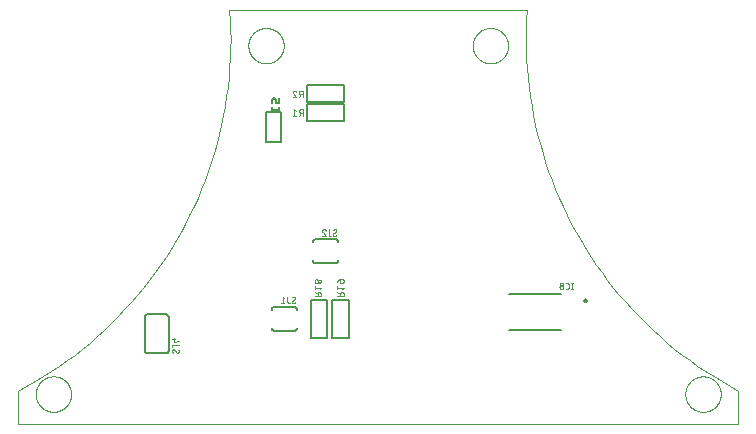
<source format=gbo>
G75*
%MOIN*%
%OFA0B0*%
%FSLAX25Y25*%
%IPPOS*%
%LPD*%
%AMOC8*
5,1,8,0,0,1.08239X$1,22.5*
%
%ADD10C,0.00000*%
%ADD11C,0.00039*%
%ADD12C,0.00787*%
%ADD13C,0.00500*%
%ADD14C,0.00200*%
%ADD15C,0.00800*%
%ADD16C,0.00600*%
D10*
X0032750Y0016500D02*
X0032750Y0027524D01*
X0032750Y0016500D02*
X0272907Y0016500D01*
X0272907Y0027524D01*
X0272907Y0027523D02*
X0270093Y0029042D01*
X0267315Y0030628D01*
X0264577Y0032281D01*
X0261880Y0034000D01*
X0259225Y0035784D01*
X0256614Y0037631D01*
X0254048Y0039541D01*
X0251530Y0041513D01*
X0249060Y0043545D01*
X0246640Y0045636D01*
X0244271Y0047785D01*
X0241954Y0049991D01*
X0239692Y0052252D01*
X0237485Y0054567D01*
X0235335Y0056935D01*
X0233243Y0059354D01*
X0231210Y0061823D01*
X0229237Y0064341D01*
X0227326Y0066905D01*
X0225477Y0069515D01*
X0223692Y0072169D01*
X0221972Y0074866D01*
X0220318Y0077603D01*
X0218730Y0080380D01*
X0217210Y0083194D01*
X0215758Y0086044D01*
X0214376Y0088928D01*
X0213064Y0091845D01*
X0211823Y0094793D01*
X0210654Y0097770D01*
X0209557Y0100775D01*
X0208533Y0103805D01*
X0207582Y0106859D01*
X0206706Y0109935D01*
X0205905Y0113031D01*
X0205179Y0116146D01*
X0204528Y0119278D01*
X0203953Y0122424D01*
X0203455Y0125583D01*
X0203033Y0128754D01*
X0202688Y0131934D01*
X0202420Y0135121D01*
X0202229Y0138314D01*
X0202115Y0141510D01*
X0202079Y0144708D01*
X0202120Y0147906D01*
X0202239Y0151103D01*
X0202435Y0154295D01*
X0103222Y0154295D01*
X0103223Y0154295D02*
X0103419Y0151103D01*
X0103538Y0147906D01*
X0103579Y0144708D01*
X0103543Y0141510D01*
X0103429Y0138314D01*
X0103238Y0135121D01*
X0102970Y0131934D01*
X0102625Y0128754D01*
X0102203Y0125583D01*
X0101705Y0122424D01*
X0101130Y0119278D01*
X0100479Y0116146D01*
X0099753Y0113031D01*
X0098952Y0109935D01*
X0098076Y0106859D01*
X0097125Y0103805D01*
X0096101Y0100775D01*
X0095004Y0097770D01*
X0093835Y0094793D01*
X0092594Y0091845D01*
X0091282Y0088928D01*
X0089900Y0086044D01*
X0088448Y0083194D01*
X0086928Y0080380D01*
X0085340Y0077603D01*
X0083686Y0074866D01*
X0081966Y0072169D01*
X0080181Y0069515D01*
X0078332Y0066905D01*
X0076421Y0064341D01*
X0074448Y0061823D01*
X0072415Y0059354D01*
X0070323Y0056935D01*
X0068173Y0054567D01*
X0065966Y0052252D01*
X0063704Y0049991D01*
X0061387Y0047785D01*
X0059018Y0045636D01*
X0056598Y0043545D01*
X0054128Y0041513D01*
X0051610Y0039541D01*
X0049044Y0037631D01*
X0046433Y0035784D01*
X0043778Y0034000D01*
X0041081Y0032281D01*
X0038343Y0030628D01*
X0035565Y0029042D01*
X0032751Y0027523D01*
D11*
X0038655Y0026343D02*
X0038657Y0026496D01*
X0038663Y0026650D01*
X0038673Y0026803D01*
X0038687Y0026955D01*
X0038705Y0027108D01*
X0038727Y0027259D01*
X0038752Y0027410D01*
X0038782Y0027561D01*
X0038816Y0027711D01*
X0038853Y0027859D01*
X0038894Y0028007D01*
X0038939Y0028153D01*
X0038988Y0028299D01*
X0039041Y0028443D01*
X0039097Y0028585D01*
X0039157Y0028726D01*
X0039221Y0028866D01*
X0039288Y0029004D01*
X0039359Y0029140D01*
X0039434Y0029274D01*
X0039511Y0029406D01*
X0039593Y0029536D01*
X0039677Y0029664D01*
X0039765Y0029790D01*
X0039856Y0029913D01*
X0039950Y0030034D01*
X0040048Y0030152D01*
X0040148Y0030268D01*
X0040252Y0030381D01*
X0040358Y0030492D01*
X0040467Y0030600D01*
X0040579Y0030705D01*
X0040693Y0030806D01*
X0040811Y0030905D01*
X0040930Y0031001D01*
X0041052Y0031094D01*
X0041177Y0031183D01*
X0041304Y0031270D01*
X0041433Y0031352D01*
X0041564Y0031432D01*
X0041697Y0031508D01*
X0041832Y0031581D01*
X0041969Y0031650D01*
X0042108Y0031715D01*
X0042248Y0031777D01*
X0042390Y0031835D01*
X0042533Y0031890D01*
X0042678Y0031941D01*
X0042824Y0031988D01*
X0042971Y0032031D01*
X0043119Y0032070D01*
X0043268Y0032106D01*
X0043418Y0032137D01*
X0043569Y0032165D01*
X0043720Y0032189D01*
X0043873Y0032209D01*
X0044025Y0032225D01*
X0044178Y0032237D01*
X0044331Y0032245D01*
X0044484Y0032249D01*
X0044638Y0032249D01*
X0044791Y0032245D01*
X0044944Y0032237D01*
X0045097Y0032225D01*
X0045249Y0032209D01*
X0045402Y0032189D01*
X0045553Y0032165D01*
X0045704Y0032137D01*
X0045854Y0032106D01*
X0046003Y0032070D01*
X0046151Y0032031D01*
X0046298Y0031988D01*
X0046444Y0031941D01*
X0046589Y0031890D01*
X0046732Y0031835D01*
X0046874Y0031777D01*
X0047014Y0031715D01*
X0047153Y0031650D01*
X0047290Y0031581D01*
X0047425Y0031508D01*
X0047558Y0031432D01*
X0047689Y0031352D01*
X0047818Y0031270D01*
X0047945Y0031183D01*
X0048070Y0031094D01*
X0048192Y0031001D01*
X0048311Y0030905D01*
X0048429Y0030806D01*
X0048543Y0030705D01*
X0048655Y0030600D01*
X0048764Y0030492D01*
X0048870Y0030381D01*
X0048974Y0030268D01*
X0049074Y0030152D01*
X0049172Y0030034D01*
X0049266Y0029913D01*
X0049357Y0029790D01*
X0049445Y0029664D01*
X0049529Y0029536D01*
X0049611Y0029406D01*
X0049688Y0029274D01*
X0049763Y0029140D01*
X0049834Y0029004D01*
X0049901Y0028866D01*
X0049965Y0028726D01*
X0050025Y0028585D01*
X0050081Y0028443D01*
X0050134Y0028299D01*
X0050183Y0028153D01*
X0050228Y0028007D01*
X0050269Y0027859D01*
X0050306Y0027711D01*
X0050340Y0027561D01*
X0050370Y0027410D01*
X0050395Y0027259D01*
X0050417Y0027108D01*
X0050435Y0026955D01*
X0050449Y0026803D01*
X0050459Y0026650D01*
X0050465Y0026496D01*
X0050467Y0026343D01*
X0050465Y0026190D01*
X0050459Y0026036D01*
X0050449Y0025883D01*
X0050435Y0025731D01*
X0050417Y0025578D01*
X0050395Y0025427D01*
X0050370Y0025276D01*
X0050340Y0025125D01*
X0050306Y0024975D01*
X0050269Y0024827D01*
X0050228Y0024679D01*
X0050183Y0024533D01*
X0050134Y0024387D01*
X0050081Y0024243D01*
X0050025Y0024101D01*
X0049965Y0023960D01*
X0049901Y0023820D01*
X0049834Y0023682D01*
X0049763Y0023546D01*
X0049688Y0023412D01*
X0049611Y0023280D01*
X0049529Y0023150D01*
X0049445Y0023022D01*
X0049357Y0022896D01*
X0049266Y0022773D01*
X0049172Y0022652D01*
X0049074Y0022534D01*
X0048974Y0022418D01*
X0048870Y0022305D01*
X0048764Y0022194D01*
X0048655Y0022086D01*
X0048543Y0021981D01*
X0048429Y0021880D01*
X0048311Y0021781D01*
X0048192Y0021685D01*
X0048070Y0021592D01*
X0047945Y0021503D01*
X0047818Y0021416D01*
X0047689Y0021334D01*
X0047558Y0021254D01*
X0047425Y0021178D01*
X0047290Y0021105D01*
X0047153Y0021036D01*
X0047014Y0020971D01*
X0046874Y0020909D01*
X0046732Y0020851D01*
X0046589Y0020796D01*
X0046444Y0020745D01*
X0046298Y0020698D01*
X0046151Y0020655D01*
X0046003Y0020616D01*
X0045854Y0020580D01*
X0045704Y0020549D01*
X0045553Y0020521D01*
X0045402Y0020497D01*
X0045249Y0020477D01*
X0045097Y0020461D01*
X0044944Y0020449D01*
X0044791Y0020441D01*
X0044638Y0020437D01*
X0044484Y0020437D01*
X0044331Y0020441D01*
X0044178Y0020449D01*
X0044025Y0020461D01*
X0043873Y0020477D01*
X0043720Y0020497D01*
X0043569Y0020521D01*
X0043418Y0020549D01*
X0043268Y0020580D01*
X0043119Y0020616D01*
X0042971Y0020655D01*
X0042824Y0020698D01*
X0042678Y0020745D01*
X0042533Y0020796D01*
X0042390Y0020851D01*
X0042248Y0020909D01*
X0042108Y0020971D01*
X0041969Y0021036D01*
X0041832Y0021105D01*
X0041697Y0021178D01*
X0041564Y0021254D01*
X0041433Y0021334D01*
X0041304Y0021416D01*
X0041177Y0021503D01*
X0041052Y0021592D01*
X0040930Y0021685D01*
X0040811Y0021781D01*
X0040693Y0021880D01*
X0040579Y0021981D01*
X0040467Y0022086D01*
X0040358Y0022194D01*
X0040252Y0022305D01*
X0040148Y0022418D01*
X0040048Y0022534D01*
X0039950Y0022652D01*
X0039856Y0022773D01*
X0039765Y0022896D01*
X0039677Y0023022D01*
X0039593Y0023150D01*
X0039511Y0023280D01*
X0039434Y0023412D01*
X0039359Y0023546D01*
X0039288Y0023682D01*
X0039221Y0023820D01*
X0039157Y0023960D01*
X0039097Y0024101D01*
X0039041Y0024243D01*
X0038988Y0024387D01*
X0038939Y0024533D01*
X0038894Y0024679D01*
X0038853Y0024827D01*
X0038816Y0024975D01*
X0038782Y0025125D01*
X0038752Y0025276D01*
X0038727Y0025427D01*
X0038705Y0025578D01*
X0038687Y0025731D01*
X0038673Y0025883D01*
X0038663Y0026036D01*
X0038657Y0026190D01*
X0038655Y0026343D01*
X0109521Y0142484D02*
X0109523Y0142637D01*
X0109529Y0142791D01*
X0109539Y0142944D01*
X0109553Y0143096D01*
X0109571Y0143249D01*
X0109593Y0143400D01*
X0109618Y0143551D01*
X0109648Y0143702D01*
X0109682Y0143852D01*
X0109719Y0144000D01*
X0109760Y0144148D01*
X0109805Y0144294D01*
X0109854Y0144440D01*
X0109907Y0144584D01*
X0109963Y0144726D01*
X0110023Y0144867D01*
X0110087Y0145007D01*
X0110154Y0145145D01*
X0110225Y0145281D01*
X0110300Y0145415D01*
X0110377Y0145547D01*
X0110459Y0145677D01*
X0110543Y0145805D01*
X0110631Y0145931D01*
X0110722Y0146054D01*
X0110816Y0146175D01*
X0110914Y0146293D01*
X0111014Y0146409D01*
X0111118Y0146522D01*
X0111224Y0146633D01*
X0111333Y0146741D01*
X0111445Y0146846D01*
X0111559Y0146947D01*
X0111677Y0147046D01*
X0111796Y0147142D01*
X0111918Y0147235D01*
X0112043Y0147324D01*
X0112170Y0147411D01*
X0112299Y0147493D01*
X0112430Y0147573D01*
X0112563Y0147649D01*
X0112698Y0147722D01*
X0112835Y0147791D01*
X0112974Y0147856D01*
X0113114Y0147918D01*
X0113256Y0147976D01*
X0113399Y0148031D01*
X0113544Y0148082D01*
X0113690Y0148129D01*
X0113837Y0148172D01*
X0113985Y0148211D01*
X0114134Y0148247D01*
X0114284Y0148278D01*
X0114435Y0148306D01*
X0114586Y0148330D01*
X0114739Y0148350D01*
X0114891Y0148366D01*
X0115044Y0148378D01*
X0115197Y0148386D01*
X0115350Y0148390D01*
X0115504Y0148390D01*
X0115657Y0148386D01*
X0115810Y0148378D01*
X0115963Y0148366D01*
X0116115Y0148350D01*
X0116268Y0148330D01*
X0116419Y0148306D01*
X0116570Y0148278D01*
X0116720Y0148247D01*
X0116869Y0148211D01*
X0117017Y0148172D01*
X0117164Y0148129D01*
X0117310Y0148082D01*
X0117455Y0148031D01*
X0117598Y0147976D01*
X0117740Y0147918D01*
X0117880Y0147856D01*
X0118019Y0147791D01*
X0118156Y0147722D01*
X0118291Y0147649D01*
X0118424Y0147573D01*
X0118555Y0147493D01*
X0118684Y0147411D01*
X0118811Y0147324D01*
X0118936Y0147235D01*
X0119058Y0147142D01*
X0119177Y0147046D01*
X0119295Y0146947D01*
X0119409Y0146846D01*
X0119521Y0146741D01*
X0119630Y0146633D01*
X0119736Y0146522D01*
X0119840Y0146409D01*
X0119940Y0146293D01*
X0120038Y0146175D01*
X0120132Y0146054D01*
X0120223Y0145931D01*
X0120311Y0145805D01*
X0120395Y0145677D01*
X0120477Y0145547D01*
X0120554Y0145415D01*
X0120629Y0145281D01*
X0120700Y0145145D01*
X0120767Y0145007D01*
X0120831Y0144867D01*
X0120891Y0144726D01*
X0120947Y0144584D01*
X0121000Y0144440D01*
X0121049Y0144294D01*
X0121094Y0144148D01*
X0121135Y0144000D01*
X0121172Y0143852D01*
X0121206Y0143702D01*
X0121236Y0143551D01*
X0121261Y0143400D01*
X0121283Y0143249D01*
X0121301Y0143096D01*
X0121315Y0142944D01*
X0121325Y0142791D01*
X0121331Y0142637D01*
X0121333Y0142484D01*
X0121331Y0142331D01*
X0121325Y0142177D01*
X0121315Y0142024D01*
X0121301Y0141872D01*
X0121283Y0141719D01*
X0121261Y0141568D01*
X0121236Y0141417D01*
X0121206Y0141266D01*
X0121172Y0141116D01*
X0121135Y0140968D01*
X0121094Y0140820D01*
X0121049Y0140674D01*
X0121000Y0140528D01*
X0120947Y0140384D01*
X0120891Y0140242D01*
X0120831Y0140101D01*
X0120767Y0139961D01*
X0120700Y0139823D01*
X0120629Y0139687D01*
X0120554Y0139553D01*
X0120477Y0139421D01*
X0120395Y0139291D01*
X0120311Y0139163D01*
X0120223Y0139037D01*
X0120132Y0138914D01*
X0120038Y0138793D01*
X0119940Y0138675D01*
X0119840Y0138559D01*
X0119736Y0138446D01*
X0119630Y0138335D01*
X0119521Y0138227D01*
X0119409Y0138122D01*
X0119295Y0138021D01*
X0119177Y0137922D01*
X0119058Y0137826D01*
X0118936Y0137733D01*
X0118811Y0137644D01*
X0118684Y0137557D01*
X0118555Y0137475D01*
X0118424Y0137395D01*
X0118291Y0137319D01*
X0118156Y0137246D01*
X0118019Y0137177D01*
X0117880Y0137112D01*
X0117740Y0137050D01*
X0117598Y0136992D01*
X0117455Y0136937D01*
X0117310Y0136886D01*
X0117164Y0136839D01*
X0117017Y0136796D01*
X0116869Y0136757D01*
X0116720Y0136721D01*
X0116570Y0136690D01*
X0116419Y0136662D01*
X0116268Y0136638D01*
X0116115Y0136618D01*
X0115963Y0136602D01*
X0115810Y0136590D01*
X0115657Y0136582D01*
X0115504Y0136578D01*
X0115350Y0136578D01*
X0115197Y0136582D01*
X0115044Y0136590D01*
X0114891Y0136602D01*
X0114739Y0136618D01*
X0114586Y0136638D01*
X0114435Y0136662D01*
X0114284Y0136690D01*
X0114134Y0136721D01*
X0113985Y0136757D01*
X0113837Y0136796D01*
X0113690Y0136839D01*
X0113544Y0136886D01*
X0113399Y0136937D01*
X0113256Y0136992D01*
X0113114Y0137050D01*
X0112974Y0137112D01*
X0112835Y0137177D01*
X0112698Y0137246D01*
X0112563Y0137319D01*
X0112430Y0137395D01*
X0112299Y0137475D01*
X0112170Y0137557D01*
X0112043Y0137644D01*
X0111918Y0137733D01*
X0111796Y0137826D01*
X0111677Y0137922D01*
X0111559Y0138021D01*
X0111445Y0138122D01*
X0111333Y0138227D01*
X0111224Y0138335D01*
X0111118Y0138446D01*
X0111014Y0138559D01*
X0110914Y0138675D01*
X0110816Y0138793D01*
X0110722Y0138914D01*
X0110631Y0139037D01*
X0110543Y0139163D01*
X0110459Y0139291D01*
X0110377Y0139421D01*
X0110300Y0139553D01*
X0110225Y0139687D01*
X0110154Y0139823D01*
X0110087Y0139961D01*
X0110023Y0140101D01*
X0109963Y0140242D01*
X0109907Y0140384D01*
X0109854Y0140528D01*
X0109805Y0140674D01*
X0109760Y0140820D01*
X0109719Y0140968D01*
X0109682Y0141116D01*
X0109648Y0141266D01*
X0109618Y0141417D01*
X0109593Y0141568D01*
X0109571Y0141719D01*
X0109553Y0141872D01*
X0109539Y0142024D01*
X0109529Y0142177D01*
X0109523Y0142331D01*
X0109521Y0142484D01*
X0184324Y0142484D02*
X0184326Y0142637D01*
X0184332Y0142791D01*
X0184342Y0142944D01*
X0184356Y0143096D01*
X0184374Y0143249D01*
X0184396Y0143400D01*
X0184421Y0143551D01*
X0184451Y0143702D01*
X0184485Y0143852D01*
X0184522Y0144000D01*
X0184563Y0144148D01*
X0184608Y0144294D01*
X0184657Y0144440D01*
X0184710Y0144584D01*
X0184766Y0144726D01*
X0184826Y0144867D01*
X0184890Y0145007D01*
X0184957Y0145145D01*
X0185028Y0145281D01*
X0185103Y0145415D01*
X0185180Y0145547D01*
X0185262Y0145677D01*
X0185346Y0145805D01*
X0185434Y0145931D01*
X0185525Y0146054D01*
X0185619Y0146175D01*
X0185717Y0146293D01*
X0185817Y0146409D01*
X0185921Y0146522D01*
X0186027Y0146633D01*
X0186136Y0146741D01*
X0186248Y0146846D01*
X0186362Y0146947D01*
X0186480Y0147046D01*
X0186599Y0147142D01*
X0186721Y0147235D01*
X0186846Y0147324D01*
X0186973Y0147411D01*
X0187102Y0147493D01*
X0187233Y0147573D01*
X0187366Y0147649D01*
X0187501Y0147722D01*
X0187638Y0147791D01*
X0187777Y0147856D01*
X0187917Y0147918D01*
X0188059Y0147976D01*
X0188202Y0148031D01*
X0188347Y0148082D01*
X0188493Y0148129D01*
X0188640Y0148172D01*
X0188788Y0148211D01*
X0188937Y0148247D01*
X0189087Y0148278D01*
X0189238Y0148306D01*
X0189389Y0148330D01*
X0189542Y0148350D01*
X0189694Y0148366D01*
X0189847Y0148378D01*
X0190000Y0148386D01*
X0190153Y0148390D01*
X0190307Y0148390D01*
X0190460Y0148386D01*
X0190613Y0148378D01*
X0190766Y0148366D01*
X0190918Y0148350D01*
X0191071Y0148330D01*
X0191222Y0148306D01*
X0191373Y0148278D01*
X0191523Y0148247D01*
X0191672Y0148211D01*
X0191820Y0148172D01*
X0191967Y0148129D01*
X0192113Y0148082D01*
X0192258Y0148031D01*
X0192401Y0147976D01*
X0192543Y0147918D01*
X0192683Y0147856D01*
X0192822Y0147791D01*
X0192959Y0147722D01*
X0193094Y0147649D01*
X0193227Y0147573D01*
X0193358Y0147493D01*
X0193487Y0147411D01*
X0193614Y0147324D01*
X0193739Y0147235D01*
X0193861Y0147142D01*
X0193980Y0147046D01*
X0194098Y0146947D01*
X0194212Y0146846D01*
X0194324Y0146741D01*
X0194433Y0146633D01*
X0194539Y0146522D01*
X0194643Y0146409D01*
X0194743Y0146293D01*
X0194841Y0146175D01*
X0194935Y0146054D01*
X0195026Y0145931D01*
X0195114Y0145805D01*
X0195198Y0145677D01*
X0195280Y0145547D01*
X0195357Y0145415D01*
X0195432Y0145281D01*
X0195503Y0145145D01*
X0195570Y0145007D01*
X0195634Y0144867D01*
X0195694Y0144726D01*
X0195750Y0144584D01*
X0195803Y0144440D01*
X0195852Y0144294D01*
X0195897Y0144148D01*
X0195938Y0144000D01*
X0195975Y0143852D01*
X0196009Y0143702D01*
X0196039Y0143551D01*
X0196064Y0143400D01*
X0196086Y0143249D01*
X0196104Y0143096D01*
X0196118Y0142944D01*
X0196128Y0142791D01*
X0196134Y0142637D01*
X0196136Y0142484D01*
X0196134Y0142331D01*
X0196128Y0142177D01*
X0196118Y0142024D01*
X0196104Y0141872D01*
X0196086Y0141719D01*
X0196064Y0141568D01*
X0196039Y0141417D01*
X0196009Y0141266D01*
X0195975Y0141116D01*
X0195938Y0140968D01*
X0195897Y0140820D01*
X0195852Y0140674D01*
X0195803Y0140528D01*
X0195750Y0140384D01*
X0195694Y0140242D01*
X0195634Y0140101D01*
X0195570Y0139961D01*
X0195503Y0139823D01*
X0195432Y0139687D01*
X0195357Y0139553D01*
X0195280Y0139421D01*
X0195198Y0139291D01*
X0195114Y0139163D01*
X0195026Y0139037D01*
X0194935Y0138914D01*
X0194841Y0138793D01*
X0194743Y0138675D01*
X0194643Y0138559D01*
X0194539Y0138446D01*
X0194433Y0138335D01*
X0194324Y0138227D01*
X0194212Y0138122D01*
X0194098Y0138021D01*
X0193980Y0137922D01*
X0193861Y0137826D01*
X0193739Y0137733D01*
X0193614Y0137644D01*
X0193487Y0137557D01*
X0193358Y0137475D01*
X0193227Y0137395D01*
X0193094Y0137319D01*
X0192959Y0137246D01*
X0192822Y0137177D01*
X0192683Y0137112D01*
X0192543Y0137050D01*
X0192401Y0136992D01*
X0192258Y0136937D01*
X0192113Y0136886D01*
X0191967Y0136839D01*
X0191820Y0136796D01*
X0191672Y0136757D01*
X0191523Y0136721D01*
X0191373Y0136690D01*
X0191222Y0136662D01*
X0191071Y0136638D01*
X0190918Y0136618D01*
X0190766Y0136602D01*
X0190613Y0136590D01*
X0190460Y0136582D01*
X0190307Y0136578D01*
X0190153Y0136578D01*
X0190000Y0136582D01*
X0189847Y0136590D01*
X0189694Y0136602D01*
X0189542Y0136618D01*
X0189389Y0136638D01*
X0189238Y0136662D01*
X0189087Y0136690D01*
X0188937Y0136721D01*
X0188788Y0136757D01*
X0188640Y0136796D01*
X0188493Y0136839D01*
X0188347Y0136886D01*
X0188202Y0136937D01*
X0188059Y0136992D01*
X0187917Y0137050D01*
X0187777Y0137112D01*
X0187638Y0137177D01*
X0187501Y0137246D01*
X0187366Y0137319D01*
X0187233Y0137395D01*
X0187102Y0137475D01*
X0186973Y0137557D01*
X0186846Y0137644D01*
X0186721Y0137733D01*
X0186599Y0137826D01*
X0186480Y0137922D01*
X0186362Y0138021D01*
X0186248Y0138122D01*
X0186136Y0138227D01*
X0186027Y0138335D01*
X0185921Y0138446D01*
X0185817Y0138559D01*
X0185717Y0138675D01*
X0185619Y0138793D01*
X0185525Y0138914D01*
X0185434Y0139037D01*
X0185346Y0139163D01*
X0185262Y0139291D01*
X0185180Y0139421D01*
X0185103Y0139553D01*
X0185028Y0139687D01*
X0184957Y0139823D01*
X0184890Y0139961D01*
X0184826Y0140101D01*
X0184766Y0140242D01*
X0184710Y0140384D01*
X0184657Y0140528D01*
X0184608Y0140674D01*
X0184563Y0140820D01*
X0184522Y0140968D01*
X0184485Y0141116D01*
X0184451Y0141266D01*
X0184421Y0141417D01*
X0184396Y0141568D01*
X0184374Y0141719D01*
X0184356Y0141872D01*
X0184342Y0142024D01*
X0184332Y0142177D01*
X0184326Y0142331D01*
X0184324Y0142484D01*
X0255190Y0026343D02*
X0255192Y0026496D01*
X0255198Y0026650D01*
X0255208Y0026803D01*
X0255222Y0026955D01*
X0255240Y0027108D01*
X0255262Y0027259D01*
X0255287Y0027410D01*
X0255317Y0027561D01*
X0255351Y0027711D01*
X0255388Y0027859D01*
X0255429Y0028007D01*
X0255474Y0028153D01*
X0255523Y0028299D01*
X0255576Y0028443D01*
X0255632Y0028585D01*
X0255692Y0028726D01*
X0255756Y0028866D01*
X0255823Y0029004D01*
X0255894Y0029140D01*
X0255969Y0029274D01*
X0256046Y0029406D01*
X0256128Y0029536D01*
X0256212Y0029664D01*
X0256300Y0029790D01*
X0256391Y0029913D01*
X0256485Y0030034D01*
X0256583Y0030152D01*
X0256683Y0030268D01*
X0256787Y0030381D01*
X0256893Y0030492D01*
X0257002Y0030600D01*
X0257114Y0030705D01*
X0257228Y0030806D01*
X0257346Y0030905D01*
X0257465Y0031001D01*
X0257587Y0031094D01*
X0257712Y0031183D01*
X0257839Y0031270D01*
X0257968Y0031352D01*
X0258099Y0031432D01*
X0258232Y0031508D01*
X0258367Y0031581D01*
X0258504Y0031650D01*
X0258643Y0031715D01*
X0258783Y0031777D01*
X0258925Y0031835D01*
X0259068Y0031890D01*
X0259213Y0031941D01*
X0259359Y0031988D01*
X0259506Y0032031D01*
X0259654Y0032070D01*
X0259803Y0032106D01*
X0259953Y0032137D01*
X0260104Y0032165D01*
X0260255Y0032189D01*
X0260408Y0032209D01*
X0260560Y0032225D01*
X0260713Y0032237D01*
X0260866Y0032245D01*
X0261019Y0032249D01*
X0261173Y0032249D01*
X0261326Y0032245D01*
X0261479Y0032237D01*
X0261632Y0032225D01*
X0261784Y0032209D01*
X0261937Y0032189D01*
X0262088Y0032165D01*
X0262239Y0032137D01*
X0262389Y0032106D01*
X0262538Y0032070D01*
X0262686Y0032031D01*
X0262833Y0031988D01*
X0262979Y0031941D01*
X0263124Y0031890D01*
X0263267Y0031835D01*
X0263409Y0031777D01*
X0263549Y0031715D01*
X0263688Y0031650D01*
X0263825Y0031581D01*
X0263960Y0031508D01*
X0264093Y0031432D01*
X0264224Y0031352D01*
X0264353Y0031270D01*
X0264480Y0031183D01*
X0264605Y0031094D01*
X0264727Y0031001D01*
X0264846Y0030905D01*
X0264964Y0030806D01*
X0265078Y0030705D01*
X0265190Y0030600D01*
X0265299Y0030492D01*
X0265405Y0030381D01*
X0265509Y0030268D01*
X0265609Y0030152D01*
X0265707Y0030034D01*
X0265801Y0029913D01*
X0265892Y0029790D01*
X0265980Y0029664D01*
X0266064Y0029536D01*
X0266146Y0029406D01*
X0266223Y0029274D01*
X0266298Y0029140D01*
X0266369Y0029004D01*
X0266436Y0028866D01*
X0266500Y0028726D01*
X0266560Y0028585D01*
X0266616Y0028443D01*
X0266669Y0028299D01*
X0266718Y0028153D01*
X0266763Y0028007D01*
X0266804Y0027859D01*
X0266841Y0027711D01*
X0266875Y0027561D01*
X0266905Y0027410D01*
X0266930Y0027259D01*
X0266952Y0027108D01*
X0266970Y0026955D01*
X0266984Y0026803D01*
X0266994Y0026650D01*
X0267000Y0026496D01*
X0267002Y0026343D01*
X0267000Y0026190D01*
X0266994Y0026036D01*
X0266984Y0025883D01*
X0266970Y0025731D01*
X0266952Y0025578D01*
X0266930Y0025427D01*
X0266905Y0025276D01*
X0266875Y0025125D01*
X0266841Y0024975D01*
X0266804Y0024827D01*
X0266763Y0024679D01*
X0266718Y0024533D01*
X0266669Y0024387D01*
X0266616Y0024243D01*
X0266560Y0024101D01*
X0266500Y0023960D01*
X0266436Y0023820D01*
X0266369Y0023682D01*
X0266298Y0023546D01*
X0266223Y0023412D01*
X0266146Y0023280D01*
X0266064Y0023150D01*
X0265980Y0023022D01*
X0265892Y0022896D01*
X0265801Y0022773D01*
X0265707Y0022652D01*
X0265609Y0022534D01*
X0265509Y0022418D01*
X0265405Y0022305D01*
X0265299Y0022194D01*
X0265190Y0022086D01*
X0265078Y0021981D01*
X0264964Y0021880D01*
X0264846Y0021781D01*
X0264727Y0021685D01*
X0264605Y0021592D01*
X0264480Y0021503D01*
X0264353Y0021416D01*
X0264224Y0021334D01*
X0264093Y0021254D01*
X0263960Y0021178D01*
X0263825Y0021105D01*
X0263688Y0021036D01*
X0263549Y0020971D01*
X0263409Y0020909D01*
X0263267Y0020851D01*
X0263124Y0020796D01*
X0262979Y0020745D01*
X0262833Y0020698D01*
X0262686Y0020655D01*
X0262538Y0020616D01*
X0262389Y0020580D01*
X0262239Y0020549D01*
X0262088Y0020521D01*
X0261937Y0020497D01*
X0261784Y0020477D01*
X0261632Y0020461D01*
X0261479Y0020449D01*
X0261326Y0020441D01*
X0261173Y0020437D01*
X0261019Y0020437D01*
X0260866Y0020441D01*
X0260713Y0020449D01*
X0260560Y0020461D01*
X0260408Y0020477D01*
X0260255Y0020497D01*
X0260104Y0020521D01*
X0259953Y0020549D01*
X0259803Y0020580D01*
X0259654Y0020616D01*
X0259506Y0020655D01*
X0259359Y0020698D01*
X0259213Y0020745D01*
X0259068Y0020796D01*
X0258925Y0020851D01*
X0258783Y0020909D01*
X0258643Y0020971D01*
X0258504Y0021036D01*
X0258367Y0021105D01*
X0258232Y0021178D01*
X0258099Y0021254D01*
X0257968Y0021334D01*
X0257839Y0021416D01*
X0257712Y0021503D01*
X0257587Y0021592D01*
X0257465Y0021685D01*
X0257346Y0021781D01*
X0257228Y0021880D01*
X0257114Y0021981D01*
X0257002Y0022086D01*
X0256893Y0022194D01*
X0256787Y0022305D01*
X0256683Y0022418D01*
X0256583Y0022534D01*
X0256485Y0022652D01*
X0256391Y0022773D01*
X0256300Y0022896D01*
X0256212Y0023022D01*
X0256128Y0023150D01*
X0256046Y0023280D01*
X0255969Y0023412D01*
X0255894Y0023546D01*
X0255823Y0023682D01*
X0255756Y0023820D01*
X0255692Y0023960D01*
X0255632Y0024101D01*
X0255576Y0024243D01*
X0255523Y0024387D01*
X0255474Y0024533D01*
X0255429Y0024679D01*
X0255388Y0024827D01*
X0255351Y0024975D01*
X0255317Y0025125D01*
X0255287Y0025276D01*
X0255262Y0025427D01*
X0255240Y0025578D01*
X0255222Y0025731D01*
X0255208Y0025883D01*
X0255198Y0026036D01*
X0255192Y0026190D01*
X0255190Y0026343D01*
D12*
X0221559Y0057563D02*
X0221561Y0057602D01*
X0221567Y0057641D01*
X0221577Y0057679D01*
X0221590Y0057716D01*
X0221607Y0057751D01*
X0221627Y0057785D01*
X0221651Y0057816D01*
X0221678Y0057845D01*
X0221707Y0057871D01*
X0221739Y0057894D01*
X0221773Y0057914D01*
X0221809Y0057930D01*
X0221846Y0057942D01*
X0221885Y0057951D01*
X0221924Y0057956D01*
X0221963Y0057957D01*
X0222002Y0057954D01*
X0222041Y0057947D01*
X0222078Y0057936D01*
X0222115Y0057922D01*
X0222150Y0057904D01*
X0222183Y0057883D01*
X0222214Y0057858D01*
X0222242Y0057831D01*
X0222267Y0057801D01*
X0222289Y0057768D01*
X0222308Y0057734D01*
X0222323Y0057698D01*
X0222335Y0057660D01*
X0222343Y0057622D01*
X0222347Y0057583D01*
X0222347Y0057543D01*
X0222343Y0057504D01*
X0222335Y0057466D01*
X0222323Y0057428D01*
X0222308Y0057392D01*
X0222289Y0057358D01*
X0222267Y0057325D01*
X0222242Y0057295D01*
X0222214Y0057268D01*
X0222183Y0057243D01*
X0222150Y0057222D01*
X0222115Y0057204D01*
X0222078Y0057190D01*
X0222041Y0057179D01*
X0222002Y0057172D01*
X0221963Y0057169D01*
X0221924Y0057170D01*
X0221885Y0057175D01*
X0221846Y0057184D01*
X0221809Y0057196D01*
X0221773Y0057212D01*
X0221739Y0057232D01*
X0221707Y0057255D01*
X0221678Y0057281D01*
X0221651Y0057310D01*
X0221627Y0057341D01*
X0221607Y0057375D01*
X0221590Y0057410D01*
X0221577Y0057447D01*
X0221567Y0057485D01*
X0221561Y0057524D01*
X0221559Y0057563D01*
D13*
X0213882Y0059630D02*
X0196559Y0059630D01*
X0196559Y0047819D02*
X0213882Y0047819D01*
D14*
X0215288Y0061324D02*
X0215777Y0061324D01*
X0215820Y0061326D01*
X0215862Y0061331D01*
X0215904Y0061341D01*
X0215944Y0061353D01*
X0215984Y0061370D01*
X0216022Y0061390D01*
X0216057Y0061412D01*
X0216091Y0061438D01*
X0216123Y0061467D01*
X0216152Y0061499D01*
X0216178Y0061533D01*
X0216200Y0061569D01*
X0216220Y0061606D01*
X0216237Y0061646D01*
X0216249Y0061686D01*
X0216259Y0061728D01*
X0216264Y0061770D01*
X0216266Y0061813D01*
X0216266Y0063036D01*
X0216264Y0063079D01*
X0216259Y0063121D01*
X0216249Y0063163D01*
X0216237Y0063203D01*
X0216220Y0063243D01*
X0216200Y0063281D01*
X0216178Y0063316D01*
X0216152Y0063350D01*
X0216123Y0063382D01*
X0216091Y0063411D01*
X0216057Y0063437D01*
X0216022Y0063459D01*
X0215984Y0063479D01*
X0215944Y0063496D01*
X0215904Y0063508D01*
X0215862Y0063518D01*
X0215820Y0063523D01*
X0215777Y0063525D01*
X0215777Y0063524D02*
X0215288Y0063524D01*
X0214337Y0063036D02*
X0214335Y0062993D01*
X0214330Y0062951D01*
X0214320Y0062909D01*
X0214308Y0062869D01*
X0214291Y0062829D01*
X0214271Y0062792D01*
X0214249Y0062756D01*
X0214223Y0062722D01*
X0214194Y0062690D01*
X0214162Y0062661D01*
X0214128Y0062635D01*
X0214093Y0062613D01*
X0214055Y0062593D01*
X0214015Y0062576D01*
X0213975Y0062564D01*
X0213933Y0062554D01*
X0213891Y0062549D01*
X0213848Y0062547D01*
X0213805Y0062549D01*
X0213763Y0062554D01*
X0213721Y0062564D01*
X0213681Y0062576D01*
X0213641Y0062593D01*
X0213604Y0062613D01*
X0213568Y0062635D01*
X0213534Y0062661D01*
X0213502Y0062690D01*
X0213473Y0062722D01*
X0213447Y0062756D01*
X0213425Y0062792D01*
X0213405Y0062829D01*
X0213388Y0062869D01*
X0213376Y0062909D01*
X0213366Y0062951D01*
X0213361Y0062993D01*
X0213359Y0063036D01*
X0213361Y0063079D01*
X0213366Y0063121D01*
X0213376Y0063163D01*
X0213388Y0063203D01*
X0213405Y0063243D01*
X0213425Y0063281D01*
X0213447Y0063316D01*
X0213473Y0063350D01*
X0213502Y0063382D01*
X0213534Y0063411D01*
X0213568Y0063437D01*
X0213604Y0063459D01*
X0213641Y0063479D01*
X0213681Y0063496D01*
X0213721Y0063508D01*
X0213763Y0063518D01*
X0213805Y0063523D01*
X0213848Y0063525D01*
X0213891Y0063523D01*
X0213933Y0063518D01*
X0213975Y0063508D01*
X0214015Y0063496D01*
X0214055Y0063479D01*
X0214093Y0063459D01*
X0214128Y0063437D01*
X0214162Y0063411D01*
X0214194Y0063382D01*
X0214223Y0063350D01*
X0214249Y0063316D01*
X0214271Y0063281D01*
X0214291Y0063243D01*
X0214308Y0063203D01*
X0214320Y0063163D01*
X0214330Y0063121D01*
X0214335Y0063079D01*
X0214337Y0063036D01*
X0214459Y0061936D02*
X0214457Y0061888D01*
X0214451Y0061840D01*
X0214442Y0061793D01*
X0214429Y0061747D01*
X0214412Y0061702D01*
X0214392Y0061659D01*
X0214369Y0061617D01*
X0214342Y0061577D01*
X0214313Y0061539D01*
X0214280Y0061504D01*
X0214245Y0061471D01*
X0214207Y0061442D01*
X0214167Y0061415D01*
X0214125Y0061392D01*
X0214082Y0061372D01*
X0214037Y0061355D01*
X0213991Y0061342D01*
X0213944Y0061333D01*
X0213896Y0061327D01*
X0213848Y0061325D01*
X0213800Y0061327D01*
X0213752Y0061333D01*
X0213705Y0061342D01*
X0213659Y0061355D01*
X0213614Y0061372D01*
X0213571Y0061392D01*
X0213529Y0061415D01*
X0213489Y0061442D01*
X0213451Y0061471D01*
X0213416Y0061504D01*
X0213383Y0061539D01*
X0213354Y0061577D01*
X0213327Y0061617D01*
X0213304Y0061659D01*
X0213284Y0061702D01*
X0213267Y0061747D01*
X0213254Y0061793D01*
X0213245Y0061840D01*
X0213239Y0061888D01*
X0213237Y0061936D01*
X0213239Y0061984D01*
X0213245Y0062032D01*
X0213254Y0062079D01*
X0213267Y0062125D01*
X0213284Y0062170D01*
X0213304Y0062213D01*
X0213327Y0062255D01*
X0213354Y0062295D01*
X0213383Y0062333D01*
X0213416Y0062368D01*
X0213451Y0062401D01*
X0213489Y0062430D01*
X0213529Y0062457D01*
X0213571Y0062480D01*
X0213614Y0062500D01*
X0213659Y0062517D01*
X0213705Y0062530D01*
X0213752Y0062539D01*
X0213800Y0062545D01*
X0213848Y0062547D01*
X0213896Y0062545D01*
X0213944Y0062539D01*
X0213991Y0062530D01*
X0214037Y0062517D01*
X0214082Y0062500D01*
X0214125Y0062480D01*
X0214167Y0062457D01*
X0214207Y0062430D01*
X0214245Y0062401D01*
X0214280Y0062368D01*
X0214313Y0062333D01*
X0214342Y0062295D01*
X0214369Y0062255D01*
X0214392Y0062213D01*
X0214412Y0062170D01*
X0214429Y0062125D01*
X0214442Y0062079D01*
X0214451Y0062032D01*
X0214457Y0061984D01*
X0214459Y0061936D01*
X0217132Y0061324D02*
X0217620Y0061324D01*
X0217376Y0061324D02*
X0217376Y0063524D01*
X0217620Y0063524D02*
X0217132Y0063524D01*
X0141300Y0061857D02*
X0139100Y0061857D01*
X0139100Y0061246D02*
X0139100Y0062468D01*
X0139100Y0063650D02*
X0139102Y0063711D01*
X0139108Y0063773D01*
X0139117Y0063833D01*
X0139131Y0063893D01*
X0139148Y0063952D01*
X0139169Y0064010D01*
X0139193Y0064066D01*
X0139221Y0064121D01*
X0139252Y0064174D01*
X0139287Y0064225D01*
X0139324Y0064273D01*
X0139365Y0064319D01*
X0139409Y0064363D01*
X0139455Y0064404D01*
X0139503Y0064441D01*
X0139554Y0064476D01*
X0139607Y0064507D01*
X0139662Y0064535D01*
X0139718Y0064559D01*
X0139776Y0064580D01*
X0139835Y0064597D01*
X0139895Y0064611D01*
X0139955Y0064620D01*
X0140017Y0064626D01*
X0140078Y0064628D01*
X0140689Y0064628D01*
X0140737Y0064626D01*
X0140785Y0064620D01*
X0140832Y0064611D01*
X0140878Y0064598D01*
X0140923Y0064581D01*
X0140966Y0064561D01*
X0141008Y0064538D01*
X0141048Y0064511D01*
X0141086Y0064482D01*
X0141121Y0064449D01*
X0141154Y0064414D01*
X0141183Y0064376D01*
X0141210Y0064336D01*
X0141233Y0064294D01*
X0141253Y0064251D01*
X0141270Y0064206D01*
X0141283Y0064160D01*
X0141292Y0064113D01*
X0141298Y0064065D01*
X0141300Y0064017D01*
X0141298Y0063969D01*
X0141292Y0063921D01*
X0141283Y0063874D01*
X0141270Y0063828D01*
X0141253Y0063783D01*
X0141233Y0063740D01*
X0141210Y0063698D01*
X0141183Y0063658D01*
X0141154Y0063620D01*
X0141121Y0063585D01*
X0141086Y0063552D01*
X0141048Y0063523D01*
X0141008Y0063496D01*
X0140966Y0063473D01*
X0140923Y0063453D01*
X0140878Y0063436D01*
X0140832Y0063423D01*
X0140785Y0063414D01*
X0140737Y0063408D01*
X0140689Y0063406D01*
X0140567Y0063406D01*
X0140524Y0063408D01*
X0140482Y0063413D01*
X0140440Y0063423D01*
X0140400Y0063435D01*
X0140360Y0063452D01*
X0140323Y0063472D01*
X0140287Y0063494D01*
X0140253Y0063520D01*
X0140221Y0063549D01*
X0140192Y0063581D01*
X0140166Y0063615D01*
X0140144Y0063650D01*
X0140124Y0063688D01*
X0140107Y0063728D01*
X0140095Y0063768D01*
X0140085Y0063810D01*
X0140080Y0063852D01*
X0140078Y0063895D01*
X0140078Y0064628D01*
X0141300Y0061857D02*
X0140811Y0061246D01*
X0141300Y0059711D02*
X0141298Y0059759D01*
X0141292Y0059807D01*
X0141283Y0059854D01*
X0141270Y0059900D01*
X0141253Y0059945D01*
X0141233Y0059988D01*
X0141210Y0060030D01*
X0141183Y0060070D01*
X0141154Y0060108D01*
X0141121Y0060143D01*
X0141086Y0060176D01*
X0141048Y0060205D01*
X0141008Y0060232D01*
X0140966Y0060255D01*
X0140923Y0060275D01*
X0140878Y0060292D01*
X0140832Y0060305D01*
X0140785Y0060314D01*
X0140737Y0060320D01*
X0140689Y0060322D01*
X0140641Y0060320D01*
X0140593Y0060314D01*
X0140546Y0060305D01*
X0140500Y0060292D01*
X0140455Y0060275D01*
X0140412Y0060255D01*
X0140370Y0060232D01*
X0140330Y0060205D01*
X0140292Y0060176D01*
X0140257Y0060143D01*
X0140224Y0060108D01*
X0140195Y0060070D01*
X0140168Y0060030D01*
X0140145Y0059988D01*
X0140125Y0059945D01*
X0140108Y0059900D01*
X0140095Y0059854D01*
X0140086Y0059807D01*
X0140080Y0059759D01*
X0140078Y0059711D01*
X0140078Y0059100D01*
X0140078Y0059833D02*
X0139100Y0060322D01*
X0139100Y0059100D02*
X0141300Y0059100D01*
X0141300Y0059711D01*
X0133800Y0059711D02*
X0133800Y0059100D01*
X0131600Y0059100D01*
X0132578Y0059100D02*
X0132578Y0059711D01*
X0132578Y0059833D02*
X0131600Y0060322D01*
X0131600Y0061246D02*
X0131600Y0062468D01*
X0131600Y0061857D02*
X0133800Y0061857D01*
X0133311Y0061246D01*
X0133800Y0059711D02*
X0133798Y0059759D01*
X0133792Y0059807D01*
X0133783Y0059854D01*
X0133770Y0059900D01*
X0133753Y0059945D01*
X0133733Y0059988D01*
X0133710Y0060030D01*
X0133683Y0060070D01*
X0133654Y0060108D01*
X0133621Y0060143D01*
X0133586Y0060176D01*
X0133548Y0060205D01*
X0133508Y0060232D01*
X0133466Y0060255D01*
X0133423Y0060275D01*
X0133378Y0060292D01*
X0133332Y0060305D01*
X0133285Y0060314D01*
X0133237Y0060320D01*
X0133189Y0060322D01*
X0133141Y0060320D01*
X0133093Y0060314D01*
X0133046Y0060305D01*
X0133000Y0060292D01*
X0132955Y0060275D01*
X0132912Y0060255D01*
X0132870Y0060232D01*
X0132830Y0060205D01*
X0132792Y0060176D01*
X0132757Y0060143D01*
X0132724Y0060108D01*
X0132695Y0060070D01*
X0132668Y0060030D01*
X0132645Y0059988D01*
X0132625Y0059945D01*
X0132608Y0059900D01*
X0132595Y0059854D01*
X0132586Y0059807D01*
X0132580Y0059759D01*
X0132578Y0059711D01*
X0132211Y0063406D02*
X0132163Y0063408D01*
X0132115Y0063414D01*
X0132068Y0063423D01*
X0132022Y0063436D01*
X0131977Y0063453D01*
X0131934Y0063473D01*
X0131892Y0063496D01*
X0131852Y0063523D01*
X0131814Y0063552D01*
X0131779Y0063585D01*
X0131746Y0063620D01*
X0131717Y0063658D01*
X0131690Y0063698D01*
X0131667Y0063740D01*
X0131647Y0063783D01*
X0131630Y0063828D01*
X0131617Y0063874D01*
X0131608Y0063921D01*
X0131602Y0063969D01*
X0131600Y0064017D01*
X0131602Y0064065D01*
X0131608Y0064113D01*
X0131617Y0064160D01*
X0131630Y0064206D01*
X0131647Y0064251D01*
X0131667Y0064294D01*
X0131690Y0064336D01*
X0131717Y0064376D01*
X0131746Y0064414D01*
X0131779Y0064449D01*
X0131814Y0064482D01*
X0131852Y0064511D01*
X0131892Y0064538D01*
X0131934Y0064561D01*
X0131977Y0064581D01*
X0132022Y0064598D01*
X0132068Y0064611D01*
X0132115Y0064620D01*
X0132163Y0064626D01*
X0132211Y0064628D01*
X0132259Y0064626D01*
X0132307Y0064620D01*
X0132354Y0064611D01*
X0132400Y0064598D01*
X0132445Y0064581D01*
X0132488Y0064561D01*
X0132530Y0064538D01*
X0132570Y0064511D01*
X0132608Y0064482D01*
X0132643Y0064449D01*
X0132676Y0064414D01*
X0132705Y0064376D01*
X0132732Y0064336D01*
X0132755Y0064294D01*
X0132775Y0064251D01*
X0132792Y0064206D01*
X0132805Y0064160D01*
X0132814Y0064113D01*
X0132820Y0064065D01*
X0132822Y0064017D01*
X0132820Y0063969D01*
X0132814Y0063921D01*
X0132805Y0063874D01*
X0132792Y0063828D01*
X0132775Y0063783D01*
X0132755Y0063740D01*
X0132732Y0063698D01*
X0132705Y0063658D01*
X0132676Y0063620D01*
X0132643Y0063585D01*
X0132608Y0063552D01*
X0132570Y0063523D01*
X0132530Y0063496D01*
X0132488Y0063473D01*
X0132445Y0063453D01*
X0132400Y0063436D01*
X0132354Y0063423D01*
X0132307Y0063414D01*
X0132259Y0063408D01*
X0132211Y0063406D01*
X0133311Y0063528D02*
X0133268Y0063530D01*
X0133226Y0063535D01*
X0133184Y0063545D01*
X0133144Y0063557D01*
X0133104Y0063574D01*
X0133067Y0063594D01*
X0133031Y0063616D01*
X0132997Y0063642D01*
X0132965Y0063671D01*
X0132936Y0063703D01*
X0132910Y0063737D01*
X0132888Y0063773D01*
X0132868Y0063810D01*
X0132851Y0063850D01*
X0132839Y0063890D01*
X0132829Y0063932D01*
X0132824Y0063974D01*
X0132822Y0064017D01*
X0132824Y0064060D01*
X0132829Y0064102D01*
X0132839Y0064144D01*
X0132851Y0064184D01*
X0132868Y0064224D01*
X0132888Y0064262D01*
X0132910Y0064297D01*
X0132936Y0064331D01*
X0132965Y0064363D01*
X0132997Y0064392D01*
X0133031Y0064418D01*
X0133067Y0064440D01*
X0133104Y0064460D01*
X0133144Y0064477D01*
X0133184Y0064489D01*
X0133226Y0064499D01*
X0133268Y0064504D01*
X0133311Y0064506D01*
X0133354Y0064504D01*
X0133396Y0064499D01*
X0133438Y0064489D01*
X0133478Y0064477D01*
X0133518Y0064460D01*
X0133556Y0064440D01*
X0133591Y0064418D01*
X0133625Y0064392D01*
X0133657Y0064363D01*
X0133686Y0064331D01*
X0133712Y0064297D01*
X0133734Y0064262D01*
X0133754Y0064224D01*
X0133771Y0064184D01*
X0133783Y0064144D01*
X0133793Y0064102D01*
X0133798Y0064060D01*
X0133800Y0064017D01*
X0133798Y0063974D01*
X0133793Y0063932D01*
X0133783Y0063890D01*
X0133771Y0063850D01*
X0133754Y0063810D01*
X0133734Y0063773D01*
X0133712Y0063737D01*
X0133686Y0063703D01*
X0133657Y0063671D01*
X0133625Y0063642D01*
X0133591Y0063616D01*
X0133556Y0063594D01*
X0133518Y0063574D01*
X0133478Y0063557D01*
X0133438Y0063545D01*
X0133396Y0063535D01*
X0133354Y0063530D01*
X0133311Y0063528D01*
X0125089Y0058311D02*
X0125087Y0058354D01*
X0125082Y0058396D01*
X0125072Y0058438D01*
X0125060Y0058478D01*
X0125043Y0058518D01*
X0125023Y0058556D01*
X0125001Y0058591D01*
X0124975Y0058625D01*
X0124946Y0058657D01*
X0124914Y0058686D01*
X0124880Y0058712D01*
X0124845Y0058734D01*
X0124807Y0058754D01*
X0124767Y0058771D01*
X0124727Y0058783D01*
X0124685Y0058793D01*
X0124643Y0058798D01*
X0124600Y0058800D01*
X0125089Y0058311D02*
X0125087Y0058268D01*
X0125082Y0058225D01*
X0125072Y0058183D01*
X0125060Y0058142D01*
X0125043Y0058103D01*
X0125024Y0058064D01*
X0125001Y0058028D01*
X0124975Y0057994D01*
X0124946Y0057962D01*
X0124914Y0057933D01*
X0124880Y0057906D01*
X0124844Y0057883D01*
X0124172Y0057517D01*
X0124417Y0056600D02*
X0124480Y0056602D01*
X0124542Y0056608D01*
X0124604Y0056617D01*
X0124666Y0056630D01*
X0124726Y0056647D01*
X0124785Y0056668D01*
X0124843Y0056692D01*
X0124899Y0056720D01*
X0124954Y0056751D01*
X0125007Y0056785D01*
X0125057Y0056822D01*
X0125105Y0056862D01*
X0125150Y0056906D01*
X0124172Y0057517D02*
X0124136Y0057494D01*
X0124102Y0057467D01*
X0124070Y0057438D01*
X0124041Y0057406D01*
X0124015Y0057372D01*
X0123992Y0057336D01*
X0123973Y0057297D01*
X0123956Y0057258D01*
X0123944Y0057217D01*
X0123934Y0057175D01*
X0123929Y0057132D01*
X0123927Y0057089D01*
X0123928Y0057089D02*
X0123930Y0057046D01*
X0123935Y0057004D01*
X0123945Y0056962D01*
X0123957Y0056922D01*
X0123974Y0056882D01*
X0123994Y0056844D01*
X0124016Y0056809D01*
X0124042Y0056775D01*
X0124071Y0056743D01*
X0124103Y0056714D01*
X0124137Y0056688D01*
X0124173Y0056666D01*
X0124210Y0056646D01*
X0124250Y0056629D01*
X0124290Y0056617D01*
X0124332Y0056607D01*
X0124374Y0056602D01*
X0124417Y0056600D01*
X0123284Y0056600D02*
X0123040Y0056600D01*
X0122997Y0056602D01*
X0122955Y0056607D01*
X0122913Y0056617D01*
X0122873Y0056629D01*
X0122833Y0056646D01*
X0122796Y0056666D01*
X0122760Y0056688D01*
X0122726Y0056714D01*
X0122694Y0056743D01*
X0122665Y0056775D01*
X0122639Y0056809D01*
X0122617Y0056844D01*
X0122597Y0056882D01*
X0122580Y0056922D01*
X0122568Y0056962D01*
X0122558Y0057004D01*
X0122553Y0057046D01*
X0122551Y0057089D01*
X0122551Y0058800D01*
X0121550Y0058311D02*
X0120939Y0058800D01*
X0120939Y0056600D01*
X0121550Y0056600D02*
X0120328Y0056600D01*
X0124050Y0058617D02*
X0124098Y0058650D01*
X0124148Y0058681D01*
X0124201Y0058709D01*
X0124255Y0058732D01*
X0124310Y0058753D01*
X0124367Y0058770D01*
X0124424Y0058783D01*
X0124482Y0058792D01*
X0124541Y0058798D01*
X0124600Y0058800D01*
X0134078Y0079100D02*
X0135300Y0079100D01*
X0134261Y0080322D01*
X0134628Y0081300D02*
X0134680Y0081298D01*
X0134732Y0081292D01*
X0134784Y0081283D01*
X0134834Y0081269D01*
X0134884Y0081252D01*
X0134932Y0081231D01*
X0134978Y0081207D01*
X0135022Y0081180D01*
X0135065Y0081149D01*
X0135105Y0081115D01*
X0135142Y0081079D01*
X0135176Y0081039D01*
X0135208Y0080997D01*
X0135236Y0080954D01*
X0135261Y0080908D01*
X0135283Y0080860D01*
X0135301Y0080811D01*
X0134261Y0080322D02*
X0134228Y0080356D01*
X0134198Y0080393D01*
X0134170Y0080433D01*
X0134146Y0080474D01*
X0134126Y0080517D01*
X0134109Y0080562D01*
X0134095Y0080608D01*
X0134086Y0080655D01*
X0134080Y0080702D01*
X0134078Y0080750D01*
X0134080Y0080795D01*
X0134086Y0080841D01*
X0134095Y0080885D01*
X0134108Y0080929D01*
X0134124Y0080971D01*
X0134144Y0081012D01*
X0134168Y0081051D01*
X0134194Y0081088D01*
X0134223Y0081123D01*
X0134255Y0081155D01*
X0134290Y0081184D01*
X0134327Y0081210D01*
X0134366Y0081234D01*
X0134407Y0081254D01*
X0134449Y0081270D01*
X0134493Y0081283D01*
X0134537Y0081292D01*
X0134583Y0081298D01*
X0134628Y0081300D01*
X0136301Y0081300D02*
X0136301Y0079589D01*
X0136303Y0079546D01*
X0136308Y0079504D01*
X0136318Y0079462D01*
X0136330Y0079422D01*
X0136347Y0079382D01*
X0136367Y0079344D01*
X0136389Y0079309D01*
X0136415Y0079275D01*
X0136444Y0079243D01*
X0136476Y0079214D01*
X0136510Y0079188D01*
X0136546Y0079166D01*
X0136583Y0079146D01*
X0136623Y0079129D01*
X0136663Y0079117D01*
X0136705Y0079107D01*
X0136747Y0079102D01*
X0136790Y0079100D01*
X0137034Y0079100D01*
X0137678Y0079589D02*
X0137680Y0079546D01*
X0137685Y0079504D01*
X0137695Y0079462D01*
X0137707Y0079422D01*
X0137724Y0079382D01*
X0137744Y0079344D01*
X0137766Y0079309D01*
X0137792Y0079275D01*
X0137821Y0079243D01*
X0137853Y0079214D01*
X0137887Y0079188D01*
X0137923Y0079166D01*
X0137960Y0079146D01*
X0138000Y0079129D01*
X0138040Y0079117D01*
X0138082Y0079107D01*
X0138124Y0079102D01*
X0138167Y0079100D01*
X0137677Y0079589D02*
X0137679Y0079632D01*
X0137684Y0079675D01*
X0137694Y0079717D01*
X0137706Y0079758D01*
X0137723Y0079797D01*
X0137742Y0079836D01*
X0137765Y0079872D01*
X0137791Y0079906D01*
X0137820Y0079938D01*
X0137852Y0079967D01*
X0137886Y0079994D01*
X0137922Y0080017D01*
X0138594Y0080383D01*
X0138350Y0081300D02*
X0138291Y0081298D01*
X0138232Y0081292D01*
X0138174Y0081283D01*
X0138117Y0081270D01*
X0138060Y0081253D01*
X0138005Y0081232D01*
X0137951Y0081209D01*
X0137898Y0081181D01*
X0137848Y0081150D01*
X0137800Y0081117D01*
X0138594Y0080383D02*
X0138630Y0080406D01*
X0138664Y0080433D01*
X0138696Y0080462D01*
X0138725Y0080494D01*
X0138751Y0080528D01*
X0138774Y0080564D01*
X0138793Y0080603D01*
X0138810Y0080642D01*
X0138822Y0080683D01*
X0138832Y0080725D01*
X0138837Y0080768D01*
X0138839Y0080811D01*
X0138837Y0080854D01*
X0138832Y0080896D01*
X0138822Y0080938D01*
X0138810Y0080978D01*
X0138793Y0081018D01*
X0138773Y0081056D01*
X0138751Y0081091D01*
X0138725Y0081125D01*
X0138696Y0081157D01*
X0138664Y0081186D01*
X0138630Y0081212D01*
X0138595Y0081234D01*
X0138557Y0081254D01*
X0138517Y0081271D01*
X0138477Y0081283D01*
X0138435Y0081293D01*
X0138393Y0081298D01*
X0138350Y0081300D01*
X0138900Y0079406D02*
X0138855Y0079362D01*
X0138807Y0079322D01*
X0138757Y0079285D01*
X0138704Y0079251D01*
X0138649Y0079220D01*
X0138593Y0079192D01*
X0138535Y0079168D01*
X0138476Y0079147D01*
X0138416Y0079130D01*
X0138354Y0079117D01*
X0138292Y0079108D01*
X0138230Y0079102D01*
X0138167Y0079100D01*
X0085078Y0044556D02*
X0084100Y0044556D01*
X0084589Y0044922D02*
X0084589Y0043700D01*
X0086300Y0044189D01*
X0086300Y0042699D02*
X0084589Y0042699D01*
X0084546Y0042697D01*
X0084504Y0042692D01*
X0084462Y0042682D01*
X0084422Y0042670D01*
X0084382Y0042653D01*
X0084345Y0042633D01*
X0084309Y0042611D01*
X0084275Y0042585D01*
X0084243Y0042556D01*
X0084214Y0042524D01*
X0084188Y0042490D01*
X0084166Y0042455D01*
X0084146Y0042417D01*
X0084129Y0042377D01*
X0084117Y0042337D01*
X0084107Y0042295D01*
X0084102Y0042253D01*
X0084100Y0042210D01*
X0084100Y0041966D01*
X0084589Y0041322D02*
X0084546Y0041320D01*
X0084504Y0041315D01*
X0084462Y0041305D01*
X0084422Y0041293D01*
X0084382Y0041276D01*
X0084345Y0041256D01*
X0084309Y0041234D01*
X0084275Y0041208D01*
X0084243Y0041179D01*
X0084214Y0041147D01*
X0084188Y0041113D01*
X0084166Y0041078D01*
X0084146Y0041040D01*
X0084129Y0041000D01*
X0084117Y0040960D01*
X0084107Y0040918D01*
X0084102Y0040876D01*
X0084100Y0040833D01*
X0084589Y0041323D02*
X0084632Y0041321D01*
X0084675Y0041316D01*
X0084717Y0041306D01*
X0084758Y0041294D01*
X0084797Y0041277D01*
X0084836Y0041258D01*
X0084872Y0041235D01*
X0084906Y0041209D01*
X0084938Y0041180D01*
X0084967Y0041148D01*
X0084994Y0041114D01*
X0085017Y0041078D01*
X0085383Y0040406D01*
X0086300Y0040650D02*
X0086298Y0040709D01*
X0086292Y0040768D01*
X0086283Y0040826D01*
X0086270Y0040883D01*
X0086253Y0040940D01*
X0086232Y0040995D01*
X0086209Y0041049D01*
X0086181Y0041101D01*
X0086150Y0041152D01*
X0086117Y0041200D01*
X0085383Y0040406D02*
X0085406Y0040370D01*
X0085433Y0040336D01*
X0085462Y0040304D01*
X0085494Y0040275D01*
X0085528Y0040249D01*
X0085564Y0040226D01*
X0085603Y0040207D01*
X0085642Y0040190D01*
X0085683Y0040178D01*
X0085725Y0040168D01*
X0085768Y0040163D01*
X0085811Y0040161D01*
X0085854Y0040163D01*
X0085896Y0040168D01*
X0085938Y0040178D01*
X0085978Y0040190D01*
X0086018Y0040207D01*
X0086056Y0040227D01*
X0086091Y0040249D01*
X0086125Y0040275D01*
X0086157Y0040304D01*
X0086186Y0040336D01*
X0086212Y0040370D01*
X0086234Y0040406D01*
X0086254Y0040443D01*
X0086271Y0040483D01*
X0086283Y0040523D01*
X0086293Y0040565D01*
X0086298Y0040607D01*
X0086300Y0040650D01*
X0084406Y0040100D02*
X0084362Y0040145D01*
X0084322Y0040193D01*
X0084285Y0040243D01*
X0084251Y0040296D01*
X0084220Y0040351D01*
X0084192Y0040407D01*
X0084168Y0040465D01*
X0084147Y0040524D01*
X0084130Y0040585D01*
X0084117Y0040646D01*
X0084108Y0040708D01*
X0084102Y0040770D01*
X0084100Y0040833D01*
X0124282Y0119100D02*
X0125504Y0119100D01*
X0124893Y0119100D02*
X0124893Y0121300D01*
X0125504Y0120811D01*
X0127039Y0121300D02*
X0126991Y0121298D01*
X0126943Y0121292D01*
X0126896Y0121283D01*
X0126850Y0121270D01*
X0126805Y0121253D01*
X0126762Y0121233D01*
X0126720Y0121210D01*
X0126680Y0121183D01*
X0126642Y0121154D01*
X0126607Y0121121D01*
X0126574Y0121086D01*
X0126545Y0121048D01*
X0126518Y0121008D01*
X0126495Y0120966D01*
X0126475Y0120923D01*
X0126458Y0120878D01*
X0126445Y0120832D01*
X0126436Y0120785D01*
X0126430Y0120737D01*
X0126428Y0120689D01*
X0126430Y0120641D01*
X0126436Y0120593D01*
X0126445Y0120546D01*
X0126458Y0120500D01*
X0126475Y0120455D01*
X0126495Y0120412D01*
X0126518Y0120370D01*
X0126545Y0120330D01*
X0126574Y0120292D01*
X0126607Y0120257D01*
X0126642Y0120224D01*
X0126680Y0120195D01*
X0126720Y0120168D01*
X0126762Y0120145D01*
X0126805Y0120125D01*
X0126850Y0120108D01*
X0126896Y0120095D01*
X0126943Y0120086D01*
X0126991Y0120080D01*
X0127039Y0120078D01*
X0127650Y0120078D01*
X0126917Y0120078D02*
X0126428Y0119100D01*
X0127650Y0119100D02*
X0127650Y0121300D01*
X0127039Y0121300D01*
X0127650Y0125350D02*
X0127650Y0127550D01*
X0127039Y0127550D01*
X0126991Y0127548D01*
X0126943Y0127542D01*
X0126896Y0127533D01*
X0126850Y0127520D01*
X0126805Y0127503D01*
X0126762Y0127483D01*
X0126720Y0127460D01*
X0126680Y0127433D01*
X0126642Y0127404D01*
X0126607Y0127371D01*
X0126574Y0127336D01*
X0126545Y0127298D01*
X0126518Y0127258D01*
X0126495Y0127216D01*
X0126475Y0127173D01*
X0126458Y0127128D01*
X0126445Y0127082D01*
X0126436Y0127035D01*
X0126430Y0126987D01*
X0126428Y0126939D01*
X0126430Y0126891D01*
X0126436Y0126843D01*
X0126445Y0126796D01*
X0126458Y0126750D01*
X0126475Y0126705D01*
X0126495Y0126662D01*
X0126518Y0126620D01*
X0126545Y0126580D01*
X0126574Y0126542D01*
X0126607Y0126507D01*
X0126642Y0126474D01*
X0126680Y0126445D01*
X0126720Y0126418D01*
X0126762Y0126395D01*
X0126805Y0126375D01*
X0126850Y0126358D01*
X0126896Y0126345D01*
X0126943Y0126336D01*
X0126991Y0126330D01*
X0127039Y0126328D01*
X0127650Y0126328D01*
X0126917Y0126328D02*
X0126428Y0125350D01*
X0125504Y0125350D02*
X0124465Y0126572D01*
X0124832Y0127550D02*
X0124884Y0127548D01*
X0124936Y0127542D01*
X0124988Y0127533D01*
X0125038Y0127519D01*
X0125088Y0127502D01*
X0125136Y0127481D01*
X0125182Y0127457D01*
X0125226Y0127430D01*
X0125269Y0127399D01*
X0125309Y0127365D01*
X0125346Y0127329D01*
X0125380Y0127289D01*
X0125412Y0127247D01*
X0125440Y0127204D01*
X0125465Y0127158D01*
X0125487Y0127110D01*
X0125505Y0127061D01*
X0124465Y0126572D02*
X0124432Y0126606D01*
X0124402Y0126643D01*
X0124374Y0126683D01*
X0124350Y0126724D01*
X0124330Y0126767D01*
X0124313Y0126812D01*
X0124299Y0126858D01*
X0124290Y0126905D01*
X0124284Y0126952D01*
X0124282Y0127000D01*
X0124284Y0127045D01*
X0124290Y0127091D01*
X0124299Y0127135D01*
X0124312Y0127179D01*
X0124328Y0127221D01*
X0124348Y0127262D01*
X0124372Y0127301D01*
X0124398Y0127338D01*
X0124427Y0127373D01*
X0124459Y0127405D01*
X0124494Y0127434D01*
X0124531Y0127460D01*
X0124570Y0127484D01*
X0124611Y0127504D01*
X0124653Y0127520D01*
X0124697Y0127533D01*
X0124741Y0127542D01*
X0124787Y0127548D01*
X0124832Y0127550D01*
X0124282Y0125350D02*
X0125504Y0125350D01*
D15*
X0128951Y0123744D02*
X0128951Y0129256D01*
X0141549Y0129256D01*
X0141549Y0123744D01*
X0128951Y0123744D01*
X0128951Y0123006D02*
X0128951Y0117494D01*
X0141549Y0117494D01*
X0141549Y0123006D01*
X0128951Y0123006D01*
X0120250Y0120250D02*
X0115250Y0120250D01*
X0115250Y0110250D01*
X0120250Y0110250D01*
X0120250Y0120250D01*
X0132000Y0078000D02*
X0138500Y0078000D01*
X0138560Y0077998D01*
X0138621Y0077993D01*
X0138680Y0077984D01*
X0138739Y0077971D01*
X0138798Y0077955D01*
X0138855Y0077935D01*
X0138910Y0077912D01*
X0138965Y0077885D01*
X0139017Y0077856D01*
X0139068Y0077823D01*
X0139117Y0077787D01*
X0139163Y0077749D01*
X0139207Y0077707D01*
X0139249Y0077663D01*
X0139287Y0077617D01*
X0139323Y0077568D01*
X0139356Y0077517D01*
X0139385Y0077465D01*
X0139412Y0077410D01*
X0139435Y0077355D01*
X0139455Y0077298D01*
X0139471Y0077239D01*
X0139484Y0077180D01*
X0139493Y0077121D01*
X0139498Y0077060D01*
X0139500Y0077000D01*
X0132000Y0078000D02*
X0131940Y0077998D01*
X0131879Y0077993D01*
X0131820Y0077984D01*
X0131761Y0077971D01*
X0131702Y0077955D01*
X0131645Y0077935D01*
X0131590Y0077912D01*
X0131535Y0077885D01*
X0131483Y0077856D01*
X0131432Y0077823D01*
X0131383Y0077787D01*
X0131337Y0077749D01*
X0131293Y0077707D01*
X0131251Y0077663D01*
X0131213Y0077617D01*
X0131177Y0077568D01*
X0131144Y0077517D01*
X0131115Y0077465D01*
X0131088Y0077410D01*
X0131065Y0077355D01*
X0131045Y0077298D01*
X0131029Y0077239D01*
X0131016Y0077180D01*
X0131007Y0077121D01*
X0131002Y0077060D01*
X0131000Y0077000D01*
X0131000Y0071000D02*
X0131002Y0070940D01*
X0131007Y0070879D01*
X0131016Y0070820D01*
X0131029Y0070761D01*
X0131045Y0070702D01*
X0131065Y0070645D01*
X0131088Y0070590D01*
X0131115Y0070535D01*
X0131144Y0070483D01*
X0131177Y0070432D01*
X0131213Y0070383D01*
X0131251Y0070337D01*
X0131293Y0070293D01*
X0131337Y0070251D01*
X0131383Y0070213D01*
X0131432Y0070177D01*
X0131483Y0070144D01*
X0131535Y0070115D01*
X0131590Y0070088D01*
X0131645Y0070065D01*
X0131702Y0070045D01*
X0131761Y0070029D01*
X0131820Y0070016D01*
X0131879Y0070007D01*
X0131940Y0070002D01*
X0132000Y0070000D01*
X0138500Y0070000D01*
X0138560Y0070002D01*
X0138621Y0070007D01*
X0138680Y0070016D01*
X0138739Y0070029D01*
X0138798Y0070045D01*
X0138855Y0070065D01*
X0138910Y0070088D01*
X0138965Y0070115D01*
X0139017Y0070144D01*
X0139068Y0070177D01*
X0139117Y0070213D01*
X0139163Y0070251D01*
X0139207Y0070293D01*
X0139249Y0070337D01*
X0139287Y0070383D01*
X0139323Y0070432D01*
X0139356Y0070483D01*
X0139385Y0070535D01*
X0139412Y0070590D01*
X0139435Y0070645D01*
X0139455Y0070702D01*
X0139471Y0070761D01*
X0139484Y0070820D01*
X0139493Y0070879D01*
X0139498Y0070940D01*
X0139500Y0071000D01*
X0137494Y0057799D02*
X0137494Y0045201D01*
X0143006Y0045201D01*
X0143006Y0057799D01*
X0137494Y0057799D01*
X0135781Y0057770D02*
X0130270Y0057770D01*
X0130270Y0045171D01*
X0135781Y0045171D01*
X0135781Y0057770D01*
X0124750Y0055500D02*
X0118250Y0055500D01*
X0118190Y0055498D01*
X0118129Y0055493D01*
X0118070Y0055484D01*
X0118011Y0055471D01*
X0117952Y0055455D01*
X0117895Y0055435D01*
X0117840Y0055412D01*
X0117785Y0055385D01*
X0117733Y0055356D01*
X0117682Y0055323D01*
X0117633Y0055287D01*
X0117587Y0055249D01*
X0117543Y0055207D01*
X0117501Y0055163D01*
X0117463Y0055117D01*
X0117427Y0055068D01*
X0117394Y0055017D01*
X0117365Y0054965D01*
X0117338Y0054910D01*
X0117315Y0054855D01*
X0117295Y0054798D01*
X0117279Y0054739D01*
X0117266Y0054680D01*
X0117257Y0054621D01*
X0117252Y0054560D01*
X0117250Y0054500D01*
X0124750Y0055500D02*
X0124810Y0055498D01*
X0124871Y0055493D01*
X0124930Y0055484D01*
X0124989Y0055471D01*
X0125048Y0055455D01*
X0125105Y0055435D01*
X0125160Y0055412D01*
X0125215Y0055385D01*
X0125267Y0055356D01*
X0125318Y0055323D01*
X0125367Y0055287D01*
X0125413Y0055249D01*
X0125457Y0055207D01*
X0125499Y0055163D01*
X0125537Y0055117D01*
X0125573Y0055068D01*
X0125606Y0055017D01*
X0125635Y0054965D01*
X0125662Y0054910D01*
X0125685Y0054855D01*
X0125705Y0054798D01*
X0125721Y0054739D01*
X0125734Y0054680D01*
X0125743Y0054621D01*
X0125748Y0054560D01*
X0125750Y0054500D01*
X0125750Y0048500D02*
X0125748Y0048440D01*
X0125743Y0048379D01*
X0125734Y0048320D01*
X0125721Y0048261D01*
X0125705Y0048202D01*
X0125685Y0048145D01*
X0125662Y0048090D01*
X0125635Y0048035D01*
X0125606Y0047983D01*
X0125573Y0047932D01*
X0125537Y0047883D01*
X0125499Y0047837D01*
X0125457Y0047793D01*
X0125413Y0047751D01*
X0125367Y0047713D01*
X0125318Y0047677D01*
X0125267Y0047644D01*
X0125215Y0047615D01*
X0125160Y0047588D01*
X0125105Y0047565D01*
X0125048Y0047545D01*
X0124989Y0047529D01*
X0124930Y0047516D01*
X0124871Y0047507D01*
X0124810Y0047502D01*
X0124750Y0047500D01*
X0118250Y0047500D01*
X0118190Y0047502D01*
X0118129Y0047507D01*
X0118070Y0047516D01*
X0118011Y0047529D01*
X0117952Y0047545D01*
X0117895Y0047565D01*
X0117840Y0047588D01*
X0117785Y0047615D01*
X0117733Y0047644D01*
X0117682Y0047677D01*
X0117633Y0047713D01*
X0117587Y0047751D01*
X0117543Y0047793D01*
X0117501Y0047837D01*
X0117463Y0047883D01*
X0117427Y0047932D01*
X0117394Y0047983D01*
X0117365Y0048035D01*
X0117338Y0048090D01*
X0117315Y0048145D01*
X0117295Y0048202D01*
X0117279Y0048261D01*
X0117266Y0048320D01*
X0117257Y0048379D01*
X0117252Y0048440D01*
X0117250Y0048500D01*
X0083000Y0052000D02*
X0083000Y0041000D01*
X0082998Y0040940D01*
X0082993Y0040879D01*
X0082984Y0040820D01*
X0082971Y0040761D01*
X0082955Y0040702D01*
X0082935Y0040645D01*
X0082912Y0040590D01*
X0082885Y0040535D01*
X0082856Y0040483D01*
X0082823Y0040432D01*
X0082787Y0040383D01*
X0082749Y0040337D01*
X0082707Y0040293D01*
X0082663Y0040251D01*
X0082617Y0040213D01*
X0082568Y0040177D01*
X0082517Y0040144D01*
X0082465Y0040115D01*
X0082410Y0040088D01*
X0082355Y0040065D01*
X0082298Y0040045D01*
X0082239Y0040029D01*
X0082180Y0040016D01*
X0082121Y0040007D01*
X0082060Y0040002D01*
X0082000Y0040000D01*
X0076000Y0040000D01*
X0075940Y0040002D01*
X0075879Y0040007D01*
X0075820Y0040016D01*
X0075761Y0040029D01*
X0075702Y0040045D01*
X0075645Y0040065D01*
X0075590Y0040088D01*
X0075535Y0040115D01*
X0075483Y0040144D01*
X0075432Y0040177D01*
X0075383Y0040213D01*
X0075337Y0040251D01*
X0075293Y0040293D01*
X0075251Y0040337D01*
X0075213Y0040383D01*
X0075177Y0040432D01*
X0075144Y0040483D01*
X0075115Y0040535D01*
X0075088Y0040590D01*
X0075065Y0040645D01*
X0075045Y0040702D01*
X0075029Y0040761D01*
X0075016Y0040820D01*
X0075007Y0040879D01*
X0075002Y0040940D01*
X0075000Y0041000D01*
X0075000Y0052000D01*
X0075002Y0052060D01*
X0075007Y0052121D01*
X0075016Y0052180D01*
X0075029Y0052239D01*
X0075045Y0052298D01*
X0075065Y0052355D01*
X0075088Y0052410D01*
X0075115Y0052465D01*
X0075144Y0052517D01*
X0075177Y0052568D01*
X0075213Y0052617D01*
X0075251Y0052663D01*
X0075293Y0052707D01*
X0075337Y0052749D01*
X0075383Y0052787D01*
X0075432Y0052823D01*
X0075483Y0052856D01*
X0075535Y0052885D01*
X0075590Y0052912D01*
X0075645Y0052935D01*
X0075702Y0052955D01*
X0075761Y0052971D01*
X0075820Y0052984D01*
X0075879Y0052993D01*
X0075940Y0052998D01*
X0076000Y0053000D01*
X0082000Y0053000D01*
X0082060Y0052998D01*
X0082121Y0052993D01*
X0082180Y0052984D01*
X0082239Y0052971D01*
X0082298Y0052955D01*
X0082355Y0052935D01*
X0082410Y0052912D01*
X0082465Y0052885D01*
X0082517Y0052856D01*
X0082568Y0052823D01*
X0082617Y0052787D01*
X0082663Y0052749D01*
X0082707Y0052707D01*
X0082749Y0052663D01*
X0082787Y0052617D01*
X0082823Y0052568D01*
X0082856Y0052517D01*
X0082885Y0052465D01*
X0082912Y0052410D01*
X0082935Y0052355D01*
X0082955Y0052298D01*
X0082971Y0052239D01*
X0082984Y0052180D01*
X0082993Y0052121D01*
X0082998Y0052060D01*
X0083000Y0052000D01*
D16*
X0117878Y0121050D02*
X0119322Y0121050D01*
X0119370Y0121052D01*
X0119417Y0121058D01*
X0119464Y0121068D01*
X0119510Y0121081D01*
X0119554Y0121099D01*
X0119597Y0121120D01*
X0119638Y0121144D01*
X0119677Y0121172D01*
X0119713Y0121203D01*
X0119747Y0121237D01*
X0119778Y0121273D01*
X0119806Y0121312D01*
X0119830Y0121353D01*
X0119851Y0121396D01*
X0119869Y0121440D01*
X0119882Y0121486D01*
X0119892Y0121533D01*
X0119898Y0121580D01*
X0119900Y0121628D01*
X0119900Y0122206D01*
X0119900Y0123464D02*
X0118744Y0123464D01*
X0118744Y0124331D01*
X0118745Y0124331D02*
X0118743Y0124376D01*
X0118738Y0124421D01*
X0118729Y0124466D01*
X0118717Y0124510D01*
X0118701Y0124552D01*
X0118682Y0124593D01*
X0118660Y0124633D01*
X0118635Y0124671D01*
X0118607Y0124706D01*
X0118576Y0124740D01*
X0118542Y0124771D01*
X0118507Y0124799D01*
X0118469Y0124824D01*
X0118429Y0124846D01*
X0118388Y0124865D01*
X0118346Y0124881D01*
X0118302Y0124893D01*
X0118257Y0124902D01*
X0118212Y0124907D01*
X0118167Y0124909D01*
X0118167Y0124908D02*
X0117878Y0124908D01*
X0117878Y0124909D02*
X0117830Y0124907D01*
X0117783Y0124901D01*
X0117736Y0124891D01*
X0117690Y0124878D01*
X0117646Y0124860D01*
X0117603Y0124839D01*
X0117562Y0124815D01*
X0117523Y0124787D01*
X0117487Y0124756D01*
X0117453Y0124722D01*
X0117422Y0124686D01*
X0117394Y0124647D01*
X0117370Y0124606D01*
X0117349Y0124563D01*
X0117331Y0124519D01*
X0117318Y0124473D01*
X0117308Y0124426D01*
X0117302Y0124379D01*
X0117300Y0124331D01*
X0117300Y0123464D01*
X0117300Y0122206D02*
X0117300Y0121628D01*
X0117302Y0121583D01*
X0117307Y0121538D01*
X0117316Y0121493D01*
X0117328Y0121449D01*
X0117344Y0121407D01*
X0117363Y0121366D01*
X0117385Y0121326D01*
X0117410Y0121288D01*
X0117438Y0121253D01*
X0117469Y0121219D01*
X0117503Y0121188D01*
X0117538Y0121160D01*
X0117576Y0121135D01*
X0117616Y0121113D01*
X0117657Y0121094D01*
X0117699Y0121078D01*
X0117743Y0121066D01*
X0117788Y0121057D01*
X0117833Y0121052D01*
X0117878Y0121050D01*
X0119900Y0123464D02*
X0119900Y0124908D01*
M02*

</source>
